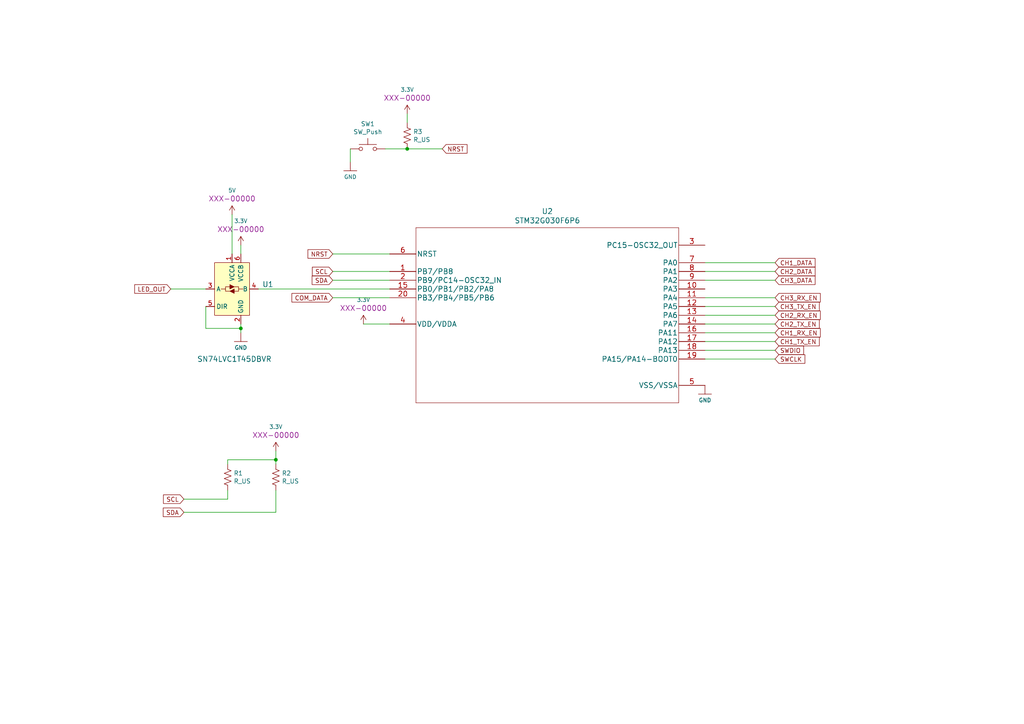
<source format=kicad_sch>
(kicad_sch (version 20230121) (generator eeschema)
  (paper "A4")
  (lib_symbols
    (symbol "CellLight-rescue:3.3V-SparkFun-PowerSymbols" (power) (pin_numbers hide) (pin_names (offset 1.016) hide)
      (property "Value" "3.3V-SparkFun-PowerSymbols" (at -1.27 3.81 0))
      (property "Footprint" "XXX-00000" (at 0 7.62 0))
      (symbol "3.3V-SparkFun-PowerSymbols_1_0"
        (polyline (pts (xy 0 0) (xy 0 2.54)))
        (polyline (pts (xy 0 2.54) (xy -0.762 1.27)))
        (polyline (pts (xy 0.762 1.27) (xy 0 2.54)))
      )
      (symbol "3.3V-SparkFun-PowerSymbols_1_1"
        (pin power_in line (at 0 0 90) (length 0) hide (name "3.3V") (number "~"))
      )
    )
    (symbol "CellLight-rescue:5V-SparkFun-PowerSymbols" (power) (pin_numbers hide) (pin_names (offset 1.016) hide)
      (property "Value" "5V-SparkFun-PowerSymbols" (at -1.27 3.81 0))
      (property "Footprint" "XXX-00000" (at 0 7.62 0))
      (symbol "5V-SparkFun-PowerSymbols_1_0"
        (polyline (pts (xy 0 0) (xy 0 2.54)))
        (polyline (pts (xy 0 2.54) (xy -0.762 1.27)))
        (polyline (pts (xy 0.762 1.27) (xy 0 2.54)))
      )
      (symbol "5V-SparkFun-PowerSymbols_1_1"
        (pin power_in line (at 0 0 90) (length 0) hide (name "5V") (number "~"))
      )
    )
    (symbol "CellLight-rescue:GND-SparkFun-PowerSymbols" (power) (pin_numbers hide) (pin_names (offset 1.016) hide)
      (property "Value" "GND-SparkFun-PowerSymbols" (at -1.778 -5.08 0))
      (symbol "GND-SparkFun-PowerSymbols_1_0"
        (polyline (pts (xy -1.905 -2.54) (xy 1.905 -2.54)))
        (polyline (pts (xy 0 0) (xy 0 -2.54)))
      )
      (symbol "GND-SparkFun-PowerSymbols_1_1"
        (pin power_in line (at 0 0 270) (length 0) hide (name "GND") (number "~"))
      )
    )
    (symbol "CellLight-rescue:SN74LVC1T45DBVR-dk_Logic-Translators-Level-Shifters"
      (property "Reference" "U" (at -3.81 8.89 0))
      (property "Value" "dk_Logic-Translators-Level-Shifters_SN74LVC1T45DBVR" (at -1.27 11.43 0))
      (symbol "SN74LVC1T45DBVR-dk_Logic-Translators-Level-Shifters_0_1"
        (rectangle (start -5.08 7.62) (end 5.08 -7.62) (fill (type background)))
        (polyline (pts (xy -3.175 0) (xy -1.905 0)))
        (polyline (pts (xy 3.175 0) (xy 1.905 0)))
        (polyline (pts (xy -1.905 0) (xy -1.905 -0.635) (xy -0.508 -0.635)))
        (polyline (pts (xy -1.905 0) (xy -1.905 0.635) (xy -0.635 0.635)))
        (polyline (pts (xy 1.905 0) (xy 1.905 -0.635) (xy 0.635 -0.635)))
        (polyline (pts (xy 1.905 0) (xy 1.905 0.635) (xy 0.635 0.635)))
        (polyline (pts (xy -0.635 1.27) (xy -0.635 0) (xy 0.635 0.635) (xy -0.635 1.27)) (fill (type outline)))
        (polyline (pts (xy 0.635 0) (xy 0.635 -1.27) (xy -0.635 -0.635) (xy 0.635 0)) (fill (type outline)))
      )
      (symbol "SN74LVC1T45DBVR-dk_Logic-Translators-Level-Shifters_1_1"
        (pin power_in line (at 0 10.16 270) (length 2.54) (name "VCCA") (number "1"))
        (pin power_in line (at 2.54 -10.16 90) (length 2.54) (name "GND") (number "2"))
        (pin bidirectional line (at -7.62 0 0) (length 2.54) (name "A") (number "3"))
        (pin bidirectional line (at 7.62 0 180) (length 2.54) (name "B") (number "4"))
        (pin input line (at -7.62 -5.08 0) (length 2.54) (name "DIR") (number "5"))
        (pin power_in line (at 2.54 10.16 270) (length 2.54) (name "VCCB") (number "6"))
      )
    )
    (symbol "CellLight-rescue:STM32G030F6P6-stm32g030f6p6" (pin_names (offset 0.254))
      (property "Reference" "U" (at 45.72 12.7 0))
      (property "Value" "stm32g030f6p6_STM32G030F6P6" (at 45.72 10.16 0))
      (symbol "STM32G030F6P6-stm32g030f6p6_1_1"
        (polyline (pts (xy 7.62 -43.18) (xy 83.82 -43.18)) (stroke (width 0.127)))
        (polyline (pts (xy 7.62 7.62) (xy 7.62 -43.18)) (stroke (width 0.127)))
        (polyline (pts (xy 83.82 -43.18) (xy 83.82 7.62)) (stroke (width 0.127)))
        (polyline (pts (xy 83.82 7.62) (xy 7.62 7.62)) (stroke (width 0.127)))
        (pin bidirectional line (at 0 -5.08 0) (length 7.62) (name "PB7/PB8") (number "1"))
        (pin bidirectional line (at 91.44 -10.16 180) (length 7.62) (name "PA3") (number "10"))
        (pin bidirectional line (at 91.44 -12.7 180) (length 7.62) (name "PA4") (number "11"))
        (pin bidirectional line (at 91.44 -15.24 180) (length 7.62) (name "PA5") (number "12"))
        (pin bidirectional line (at 91.44 -17.78 180) (length 7.62) (name "PA6") (number "13"))
        (pin bidirectional line (at 91.44 -20.32 180) (length 7.62) (name "PA7") (number "14"))
        (pin bidirectional line (at 0 -10.16 0) (length 7.62) (name "PB0/PB1/PB2/PA8") (number "15"))
        (pin bidirectional line (at 91.44 -22.86 180) (length 7.62) (name "PA11") (number "16"))
        (pin bidirectional line (at 91.44 -25.4 180) (length 7.62) (name "PA12") (number "17"))
        (pin bidirectional line (at 91.44 -27.94 180) (length 7.62) (name "PA13") (number "18"))
        (pin bidirectional line (at 91.44 -30.48 180) (length 7.62) (name "PA15/PA14-BOOT0") (number "19"))
        (pin bidirectional line (at 0 -7.62 0) (length 7.62) (name "PB9/PC14-OSC32_IN") (number "2"))
        (pin bidirectional line (at 0 -12.7 0) (length 7.62) (name "PB3/PB4/PB5/PB6") (number "20"))
        (pin bidirectional line (at 91.44 2.54 180) (length 7.62) (name "PC15-OSC32_OUT") (number "3"))
        (pin power_in line (at 0 -20.32 0) (length 7.62) (name "VDD/VDDA") (number "4"))
        (pin power_in line (at 91.44 -38.1 180) (length 7.62) (name "VSS/VSSA") (number "5"))
        (pin bidirectional line (at 0 0 0) (length 7.62) (name "NRST") (number "6"))
        (pin bidirectional line (at 91.44 -2.54 180) (length 7.62) (name "PA0") (number "7"))
        (pin bidirectional line (at 91.44 -5.08 180) (length 7.62) (name "PA1") (number "8"))
        (pin bidirectional line (at 91.44 -7.62 180) (length 7.62) (name "PA2") (number "9"))
      )
    )
    (symbol "Device:R_US" (pin_numbers hide) (pin_names (offset 0))
      (property "Reference" "R" (at 2.54 0 90))
      (property "Value" "R_US" (at -2.54 0 90))
      (symbol "R_US_0_1"
        (polyline (pts (xy 0 -2.286) (xy 0 -2.54)))
        (polyline (pts (xy 0 2.286) (xy 0 2.54)))
        (polyline (pts (xy 0 -0.762) (xy 1.016 -1.143) (xy 0 -1.524) (xy -1.016 -1.905) (xy 0 -2.286)))
        (polyline (pts (xy 0 0.762) (xy 1.016 0.381) (xy 0 0) (xy -1.016 -0.381) (xy 0 -0.762)))
        (polyline (pts (xy 0 2.286) (xy 1.016 1.905) (xy 0 1.524) (xy -1.016 1.143) (xy 0 0.762)))
      )
      (symbol "R_US_1_1"
        (pin passive line (at 0 3.81 270) (length 1.27) (name "~") (number "1"))
        (pin passive line (at 0 -3.81 90) (length 1.27) (name "~") (number "2"))
      )
    )
    (symbol "Switch:SW_Push" (pin_numbers hide) (pin_names (offset 1.016) hide)
      (property "Reference" "SW" (at 1.27 2.54 0))
      (property "Value" "SW_Push" (at 0 -1.524 0))
      (symbol "SW_Push_0_1"
        (circle (center -2.032 0) (radius 0.508))
        (polyline (pts (xy 0 1.27) (xy 0 3.048)))
        (polyline (pts (xy 2.54 1.27) (xy -2.54 1.27)))
        (circle (center 2.032 0) (radius 0.508))
        (pin passive line (at -5.08 0 0) (length 2.54) (name "1") (number "1"))
        (pin passive line (at 5.08 0 180) (length 2.54) (name "2") (number "2"))
      )
    )
  )
  (junction (at 69.85 95.25))
  (junction (at 118.11 43.18))
  (junction (at 80.01 133.35))
  (wire (pts (xy 204.47 81.28) (xy 224.79 81.28)))
  (wire (pts (xy 224.79 104.14) (xy 204.47 104.14)))
  (wire (pts (xy 128.27 43.18) (xy 118.11 43.18)))
  (wire (pts (xy 204.47 86.36) (xy 224.79 86.36)))
  (wire (pts (xy 96.52 73.66) (xy 113.03 73.66)))
  (wire (pts (xy 66.04 144.78) (xy 53.34 144.78)))
  (wire (pts (xy 80.01 130.81) (xy 80.01 133.35)))
  (wire (pts (xy 67.31 73.66) (xy 67.31 62.23)))
  (wire (pts (xy 80.01 148.59) (xy 53.34 148.59)))
  (wire (pts (xy 204.47 101.6) (xy 224.79 101.6)))
  (wire (pts (xy 204.47 99.06) (xy 224.79 99.06)))
  (wire (pts (xy 66.04 133.35) (xy 80.01 133.35)))
  (wire (pts (xy 204.47 96.52) (xy 224.79 96.52)))
  (wire (pts (xy 59.69 88.9) (xy 59.69 95.25)))
  (wire (pts (xy 69.85 95.25) (xy 69.85 93.98)))
  (wire (pts (xy 59.69 95.25) (xy 69.85 95.25)))
  (wire (pts (xy 204.47 93.98) (xy 224.79 93.98)))
  (wire (pts (xy 69.85 96.52) (xy 69.85 95.25)))
  (wire (pts (xy 59.69 83.82) (xy 49.53 83.82)))
  (wire (pts (xy 74.93 83.82) (xy 113.03 83.82)))
  (wire (pts (xy 111.76 43.18) (xy 118.11 43.18)))
  (wire (pts (xy 66.04 142.24) (xy 66.04 144.78)))
  (wire (pts (xy 69.85 71.12) (xy 69.85 73.66)))
  (wire (pts (xy 204.47 88.9) (xy 224.79 88.9)))
  (wire (pts (xy 66.04 134.62) (xy 66.04 133.35)))
  (wire (pts (xy 204.47 76.2) (xy 224.79 76.2)))
  (wire (pts (xy 80.01 142.24) (xy 80.01 148.59)))
  (wire (pts (xy 113.03 78.74) (xy 96.52 78.74)))
  (wire (pts (xy 113.03 86.36) (xy 96.52 86.36)))
  (wire (pts (xy 204.47 91.44) (xy 224.79 91.44)))
  (wire (pts (xy 204.47 78.74) (xy 224.79 78.74)))
  (wire (pts (xy 113.03 81.28) (xy 96.52 81.28)))
  (wire (pts (xy 105.41 93.98) (xy 113.03 93.98)))
  (wire (pts (xy 80.01 133.35) (xy 80.01 134.62)))
  (wire (pts (xy 118.11 33.02) (xy 118.11 35.56)))
  (wire (pts (xy 101.6 46.99) (xy 101.6 43.18)))
  (global_label "COM_DATA" (shape input) (at 96.52 86.36 180) (property "Intersheetrefs" "${INTERSHEET_REFS}" (effects hide)))
  (global_label "CH1_TX_EN" (shape input) (at 224.79 99.06 0) (property "Intersheetrefs" "${INTERSHEET_REFS}" (effects hide)))
  (global_label "CH3_RX_EN" (shape input) (at 224.79 86.36 0) (property "Intersheetrefs" "${INTERSHEET_REFS}" (effects hide)))
  (global_label "NRST" (shape input) (at 128.27 43.18 0) (property "Intersheetrefs" "${INTERSHEET_REFS}" (effects hide)))
  (global_label "CH2_DATA" (shape input) (at 224.79 78.74 0) (property "Intersheetrefs" "${INTERSHEET_REFS}" (effects hide)))
  (global_label "CH1_DATA" (shape input) (at 224.79 76.2 0) (property "Intersheetrefs" "${INTERSHEET_REFS}" (effects hide)))
  (global_label "SDA" (shape input) (at 53.34 148.59 180) (property "Intersheetrefs" "${INTERSHEET_REFS}" (effects hide)))
  (global_label "CH2_RX_EN" (shape input) (at 224.79 91.44 0) (property "Intersheetrefs" "${INTERSHEET_REFS}" (effects hide)))
  (global_label "NRST" (shape input) (at 96.52 73.66 180) (property "Intersheetrefs" "${INTERSHEET_REFS}" (effects hide)))
  (global_label "CH2_TX_EN" (shape input) (at 224.79 93.98 0) (property "Intersheetrefs" "${INTERSHEET_REFS}" (effects hide)))
  (global_label "SWCLK" (shape input) (at 224.79 104.14 0) (property "Intersheetrefs" "${INTERSHEET_REFS}" (effects hide)))
  (global_label "CH3_DATA" (shape input) (at 224.79 81.28 0) (property "Intersheetrefs" "${INTERSHEET_REFS}" (effects hide)))
  (global_label "SWDIO" (shape input) (at 224.79 101.6 0) (property "Intersheetrefs" "${INTERSHEET_REFS}" (effects hide)))
  (global_label "LED_OUT" (shape input) (at 49.53 83.82 180) (property "Intersheetrefs" "${INTERSHEET_REFS}" (effects hide)))
  (global_label "SDA" (shape input) (at 96.52 81.28 180) (property "Intersheetrefs" "${INTERSHEET_REFS}" (effects hide)))
  (global_label "CH3_TX_EN" (shape input) (at 224.79 88.9 0) (property "Intersheetrefs" "${INTERSHEET_REFS}" (effects hide)))
  (global_label "CH1_RX_EN" (shape input) (at 224.79 96.52 0) (property "Intersheetrefs" "${INTERSHEET_REFS}" (effects hide)))
  (global_label "SCL" (shape input) (at 53.34 144.78 180) (property "Intersheetrefs" "${INTERSHEET_REFS}" (effects hide)))
  (global_label "SCL" (shape input) (at 96.52 78.74 180) (property "Intersheetrefs" "${INTERSHEET_REFS}" (effects hide)))
  (symbol (lib_id "CellLight-rescue:STM32G030F6P6-stm32g030f6p6") (at 113.03 73.66 0) (unit 1)
    (property "Reference" "U2" (at 158.75 61.2902 0) (effects (font (size 1.524 1.524))))
    (property "Value" "STM32G030F6P6" (at 158.75 63.9826 0) (effects (font (size 1.524 1.524))))
    (property "Footprint" "stm32g030f6p6:STM32G030F6P6" (effects hide))
  )
  (symbol (lib_id "CellLight-rescue:SN74LVC1T45DBVR-dk_Logic-Translators-Level-Shifters") (at 67.31 83.82 0) (unit 1)
    (property "Reference" "U1" (at 76.0476 82.4738 0) (effects (font (size 1.524 1.524)) (justify left)))
    (property "Value" "SN74LVC1T45DBVR" (at 57.15 104.14 0) (effects (font (size 1.524 1.524)) (justify left)))
    (property "Footprint" "digikey-footprints:SOT-23-6" (effects hide))
    (property "Datasheet" "http://www.ti.com/general/docs/suppproductinfo.tsp?distId=10&gotoUrl=http%3A%2F%2Fwww.ti.com%2Flit%2Fgpn%2Fsn74lvc1t45" (effects hide))
    (property "Digi-Key_PN" "296-16843-1-ND" (effects hide))
    (property "MPN" "SN74LVC1T45DBVR" (effects hide))
    (property "Category" "Integrated Circuits (ICs)" (effects hide))
    (property "Family" "Logic - Translators, Level Shifters" (effects hide))
    (property "DK_Datasheet_Link" "http://www.ti.com/general/docs/suppproductinfo.tsp?distId=10&gotoUrl=http%3A%2F%2Fwww.ti.com%2Flit%2Fgpn%2Fsn74lvc1t45" (effects hide))
    (property "DK_Detail_Page" "/product-detail/en/texas-instruments/SN74LVC1T45DBVR/296-16843-1-ND/639459" (effects hide))
    (property "Description" "IC TRNSLTR BIDIRECTIONAL SOT23-6" (effects hide))
    (property "Manufacturer" "Texas Instruments" (effects hide))
    (property "Status" "Active" (effects hide))
  )
  (symbol (lib_id "CellLight-rescue:3.3V-SparkFun-PowerSymbols") (at 69.85 71.12 0) (unit 1)
    (property "Reference" "#SUPPLY02" (effects hide))
    (property "Value" "3.3V" (at 69.85 64.1096 0) (effects (font (size 1.143 1.143))))
    (property "Footprint" "XXX-00000" (at 69.85 66.5226 0) (effects (font (size 1.524 1.524))))
  )
  (symbol (lib_id "CellLight-rescue:5V-SparkFun-PowerSymbols") (at 67.31 62.23 0) (unit 1)
    (property "Reference" "#SUPPLY01" (effects hide))
    (property "Value" "5V" (at 67.31 55.2196 0) (effects (font (size 1.143 1.143))))
    (property "Footprint" "XXX-00000" (at 67.31 57.6326 0) (effects (font (size 1.524 1.524))))
  )
  (symbol (lib_id "CellLight-rescue:GND-SparkFun-PowerSymbols") (at 69.85 96.52 0) (unit 1)
    (property "Reference" "#GND03" (effects hide))
    (property "Value" "GND" (at 69.85 100.838 0) (effects (font (size 1.143 1.143))))
  )
  (symbol (lib_id "Device:R_US") (at 118.11 39.37 0) (unit 1)
    (property "Reference" "R3" (at 119.8372 38.2016 0) (effects (justify left)))
    (property "Value" "R_US" (at 119.8372 40.513 0) (effects (justify left)))
    (property "Footprint" "Resistor_SMD:R_0603_1608Metric_Pad1.05x0.95mm_HandSolder" (effects hide))
  )
  (symbol (lib_id "CellLight-rescue:3.3V-SparkFun-PowerSymbols") (at 105.41 93.98 0) (unit 1)
    (property "Reference" "#SUPPLY04" (effects hide))
    (property "Value" "3.3V" (at 105.41 86.9696 0) (effects (font (size 1.143 1.143))))
    (property "Footprint" "XXX-00000" (at 105.41 89.3826 0) (effects (font (size 1.524 1.524))))
  )
  (symbol (lib_id "CellLight-rescue:GND-SparkFun-PowerSymbols") (at 204.47 111.76 0) (unit 1)
    (property "Reference" "#GND05" (effects hide))
    (property "Value" "GND" (at 204.47 116.078 0) (effects (font (size 1.143 1.143))))
  )
  (symbol (lib_id "Switch:SW_Push") (at 106.68 43.18 0) (unit 1)
    (property "Reference" "SW1" (at 106.68 35.941 0))
    (property "Value" "SW_Push" (at 106.68 38.2524 0))
    (property "Footprint" "Button_Switch_SMD:SW_SPST_TL3342" (effects hide))
  )
  (symbol (lib_id "CellLight-rescue:GND-SparkFun-PowerSymbols") (at 101.6 46.99 0) (unit 1)
    (property "Reference" "#GND04" (effects hide))
    (property "Value" "GND" (at 101.6 51.308 0) (effects (font (size 1.143 1.143))))
  )
  (symbol (lib_id "CellLight-rescue:3.3V-SparkFun-PowerSymbols") (at 118.11 33.02 0) (unit 1)
    (property "Reference" "#SUPPLY05" (effects hide))
    (property "Value" "3.3V" (at 118.11 26.0096 0) (effects (font (size 1.143 1.143))))
    (property "Footprint" "XXX-00000" (at 118.11 28.4226 0) (effects (font (size 1.524 1.524))))
  )
  (symbol (lib_id "Device:R_US") (at 66.04 138.43 0) (unit 1)
    (property "Reference" "R1" (at 67.7672 137.2616 0) (effects (justify left)))
    (property "Value" "R_US" (at 67.7672 139.573 0) (effects (justify left)))
    (property "Footprint" "Resistor_SMD:R_0603_1608Metric_Pad1.05x0.95mm_HandSolder" (effects hide))
  )
  (symbol (lib_id "Device:R_US") (at 80.01 138.43 0) (unit 1)
    (property "Reference" "R2" (at 81.7372 137.2616 0) (effects (justify left)))
    (property "Value" "R_US" (at 81.7372 139.573 0) (effects (justify left)))
    (property "Footprint" "Resistor_SMD:R_0603_1608Metric_Pad1.05x0.95mm_HandSolder" (effects hide))
  )
  (symbol (lib_id "CellLight-rescue:3.3V-SparkFun-PowerSymbols") (at 80.01 130.81 0) (unit 1)
    (property "Reference" "#SUPPLY03" (effects hide))
    (property "Value" "3.3V" (at 80.01 123.7996 0) (effects (font (size 1.143 1.143))))
    (property "Footprint" "XXX-00000" (at 80.01 126.2126 0) (effects (font (size 1.524 1.524))))
  )
)
</source>
